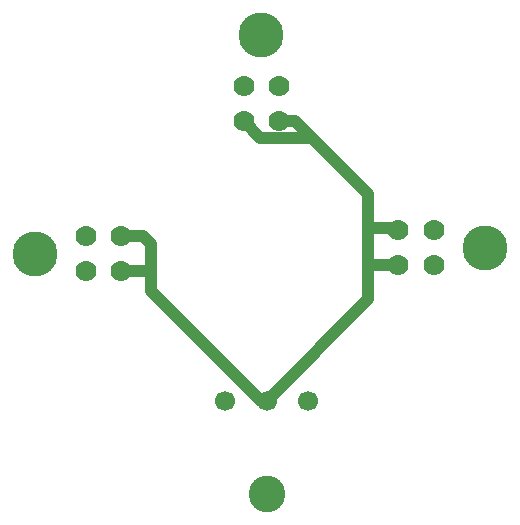
<source format=gtl>
G04*
G04 #@! TF.GenerationSoftware,Altium Limited,Altium Designer,18.1.6 (161)*
G04*
G04 Layer_Physical_Order=1*
G04 Layer_Color=255*
%FSLAX44Y44*%
%MOMM*%
G71*
G01*
G75*
%ADD17C,1.0000*%
%ADD18C,0.5000*%
%ADD19C,1.7780*%
%ADD20C,3.8100*%
%ADD21C,3.1000*%
%ADD22C,1.7000*%
D17*
X406029Y496570D02*
Y519801D01*
Y480131D02*
Y496570D01*
X405775Y496824D02*
X406029Y496570D01*
X380492Y496824D02*
X405775D01*
X380492Y526796D02*
X399034D01*
X406029Y519801D01*
Y480131D02*
X498810Y387350D01*
X589651Y502920D02*
Y533400D01*
Y473521D02*
Y502920D01*
X590667Y501904D01*
X615188D01*
X541919Y609971D02*
X589651Y562239D01*
X527812Y624078D02*
X541919Y609971D01*
X484124Y624078D02*
X498231Y609971D01*
X541919D01*
X514096Y624078D02*
X527812D01*
X589651Y533400D02*
Y562239D01*
X613664Y533400D02*
X615188Y531876D01*
X589651Y533400D02*
X613664D01*
X498810Y387350D02*
X503480D01*
X589651Y473521D01*
D18*
X481271Y627888D02*
X482854D01*
D19*
X615188Y531876D02*
D03*
Y501904D02*
D03*
X645160Y531876D02*
D03*
Y501904D02*
D03*
X380492Y496824D02*
D03*
Y526796D02*
D03*
X350520Y496824D02*
D03*
Y526796D02*
D03*
X484124Y624078D02*
D03*
X514096D02*
D03*
X484124Y654050D02*
D03*
X514096D02*
D03*
D20*
X688340Y516890D02*
D03*
X307340Y511810D02*
D03*
X499110Y697230D02*
D03*
D21*
X503480Y308250D02*
D03*
D22*
X538480Y387350D02*
D03*
X503480D02*
D03*
X468480D02*
D03*
M02*

</source>
